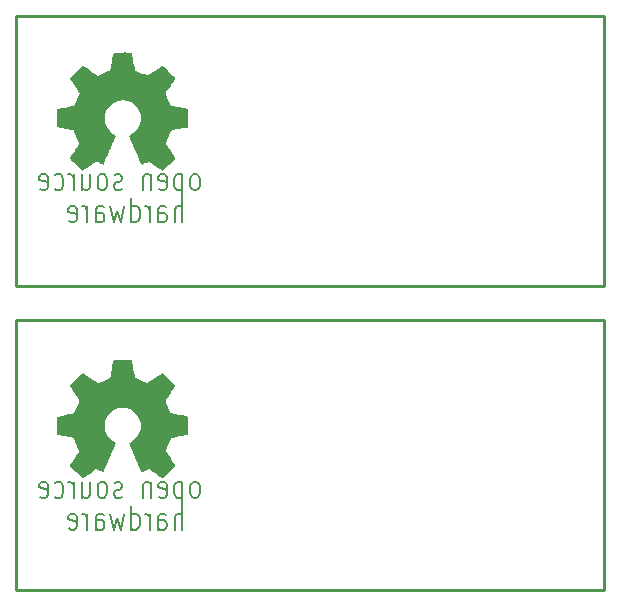
<source format=gbo>
G75*
G70*
%OFA0B0*%
%FSLAX25Y25*%
%IPPOS*%
%LPD*%
%AMOC8*
5,1,8,0,0,1.08239X$1,22.5*
%
%ADD13C,0.00600*%
%ADD28C,0.00010*%
%ADD34C,0.00800*%
%ADD41C,0.01000*%
X0010000Y0010000D02*
G01*
D13*
D34*
X0065880Y0030660D02*
X0065880Y0038660D01*
X0063310Y0030660D02*
X0063310Y0034850D01*
X0063600Y0035610D01*
X0064170Y0036000D01*
X0065020Y0036000D01*
X0065600Y0035610D01*
X0065880Y0035230D01*
X0057880Y0030660D02*
X0057880Y0034850D01*
X0058170Y0035610D01*
X0058740Y0036000D01*
X0059880Y0036000D01*
X0060450Y0035610D01*
X0057880Y0031040D02*
X0058450Y0030660D01*
X0059880Y0030660D01*
X0060450Y0031040D01*
X0060740Y0031800D01*
X0060740Y0032570D01*
X0060450Y0033330D01*
X0059880Y0033710D01*
X0058450Y0033710D01*
X0057880Y0034090D01*
X0055020Y0030660D02*
X0055020Y0036000D01*
X0055020Y0034470D02*
X0054740Y0035230D01*
X0054450Y0035610D01*
X0053880Y0036000D01*
X0053310Y0036000D01*
X0048740Y0030660D02*
X0048740Y0038660D01*
X0048740Y0031040D02*
X0049310Y0030660D01*
X0050450Y0030660D01*
X0051030Y0031040D01*
X0051310Y0031420D01*
X0051600Y0032190D01*
X0051600Y0034470D01*
X0051310Y0035230D01*
X0051030Y0035610D01*
X0050450Y0036000D01*
X0049310Y0036000D01*
X0048740Y0035610D01*
X0046450Y0036000D02*
X0045310Y0030660D01*
X0044170Y0034470D01*
X0043020Y0030660D01*
X0041880Y0036000D01*
X0037020Y0030660D02*
X0037020Y0034850D01*
X0037310Y0035610D01*
X0037880Y0036000D01*
X0039020Y0036000D01*
X0039590Y0035610D01*
X0037020Y0031040D02*
X0037590Y0030660D01*
X0039020Y0030660D01*
X0039590Y0031040D01*
X0039880Y0031800D01*
X0039880Y0032570D01*
X0039590Y0033330D01*
X0039020Y0033710D01*
X0037590Y0033710D01*
X0037020Y0034090D01*
X0034160Y0030660D02*
X0034160Y0036000D01*
X0034160Y0034470D02*
X0033880Y0035230D01*
X0033590Y0035610D01*
X0033020Y0036000D01*
X0032450Y0036000D01*
X0028170Y0031040D02*
X0028740Y0030660D01*
X0029880Y0030660D01*
X0030450Y0031040D01*
X0030740Y0031800D01*
X0030740Y0034850D01*
X0030450Y0035610D01*
X0029880Y0036000D01*
X0028740Y0036000D01*
X0028170Y0035610D01*
X0027880Y0034850D01*
X0027880Y0034090D01*
X0030740Y0033330D01*
X0070440Y0041260D02*
X0071020Y0041640D01*
X0071300Y0042020D01*
X0071590Y0042790D01*
X0071590Y0045070D01*
X0071300Y0045830D01*
X0071020Y0046210D01*
X0070440Y0046600D01*
X0069590Y0046600D01*
X0069020Y0046210D01*
X0068730Y0045830D01*
X0068440Y0045070D01*
X0068440Y0042790D01*
X0068730Y0042020D01*
X0069020Y0041640D01*
X0069590Y0041260D01*
X0070440Y0041260D01*
X0065870Y0046600D02*
X0065870Y0038600D01*
X0065870Y0046210D02*
X0065300Y0046600D01*
X0064160Y0046600D01*
X0063590Y0046210D01*
X0063300Y0045830D01*
X0063010Y0045070D01*
X0063010Y0042790D01*
X0063300Y0042020D01*
X0063590Y0041640D01*
X0064160Y0041260D01*
X0065300Y0041260D01*
X0065870Y0041640D01*
X0058160Y0041640D02*
X0058730Y0041260D01*
X0059870Y0041260D01*
X0060440Y0041640D01*
X0060730Y0042400D01*
X0060730Y0045450D01*
X0060440Y0046210D01*
X0059870Y0046600D01*
X0058730Y0046600D01*
X0058160Y0046210D01*
X0057870Y0045450D01*
X0057870Y0044690D01*
X0060730Y0043930D01*
X0055300Y0046600D02*
X0055300Y0041260D01*
X0055300Y0045830D02*
X0055020Y0046210D01*
X0054440Y0046600D01*
X0053590Y0046600D01*
X0053020Y0046210D01*
X0052730Y0045450D01*
X0052730Y0041260D01*
X0045590Y0041640D02*
X0045020Y0041260D01*
X0043870Y0041260D01*
X0043300Y0041640D01*
X0043020Y0042400D01*
X0043020Y0042790D01*
X0043300Y0043550D01*
X0043870Y0043930D01*
X0044730Y0043930D01*
X0045300Y0044310D01*
X0045590Y0045070D01*
X0045590Y0045450D01*
X0045300Y0046210D01*
X0044730Y0046600D01*
X0043870Y0046600D01*
X0043300Y0046210D01*
X0039580Y0041260D02*
X0040160Y0041640D01*
X0040440Y0042020D01*
X0040730Y0042790D01*
X0040730Y0045070D01*
X0040440Y0045830D01*
X0040160Y0046210D01*
X0039580Y0046600D01*
X0038730Y0046600D01*
X0038160Y0046210D01*
X0037870Y0045830D01*
X0037580Y0045070D01*
X0037580Y0042790D01*
X0037870Y0042020D01*
X0038160Y0041640D01*
X0038730Y0041260D01*
X0039580Y0041260D01*
X0032440Y0046600D02*
X0032440Y0041260D01*
X0035010Y0046600D02*
X0035010Y0042400D01*
X0034730Y0041640D01*
X0034150Y0041260D01*
X0033300Y0041260D01*
X0032730Y0041640D01*
X0032440Y0042020D01*
X0029580Y0041260D02*
X0029580Y0046600D01*
X0029580Y0045070D02*
X0029300Y0045830D01*
X0029010Y0046210D01*
X0028440Y0046600D01*
X0027870Y0046600D01*
X0023300Y0041640D02*
X0023870Y0041260D01*
X0025010Y0041260D01*
X0025590Y0041640D01*
X0025870Y0042020D01*
X0026160Y0042790D01*
X0026160Y0045070D01*
X0025870Y0045830D01*
X0025590Y0046210D01*
X0025010Y0046600D01*
X0023870Y0046600D01*
X0023300Y0046210D01*
X0018450Y0041640D02*
X0019020Y0041260D01*
X0020160Y0041260D01*
X0020730Y0041640D01*
X0021020Y0042400D01*
X0021020Y0045450D01*
X0020730Y0046210D01*
X0020160Y0046600D01*
X0019020Y0046600D01*
X0018450Y0046210D01*
X0018160Y0045450D01*
X0018160Y0044690D01*
X0021020Y0043930D01*
D28*
G36*
X0032650Y0047820D02*
X0032880Y0047940D01*
X0033390Y0048260D01*
X0034120Y0048740D01*
X0034990Y0049320D01*
X0035860Y0049910D01*
X0036570Y0050390D01*
X0037070Y0050710D01*
X0037280Y0050820D01*
X0037390Y0050780D01*
X0037800Y0050580D01*
X0038400Y0050270D01*
X0038750Y0050090D01*
X0039300Y0049860D01*
X0039570Y0049810D01*
X0039620Y0049880D01*
X0039820Y0050300D01*
X0040130Y0051020D01*
X0040550Y0051970D01*
X0041020Y0053080D01*
X0041530Y0054280D01*
X0042040Y0055500D01*
X0042520Y0056670D01*
X0042950Y0057720D01*
X0043290Y0058570D01*
X0043520Y0059160D01*
X0043600Y0059420D01*
X0043580Y0059470D01*
X0043300Y0059740D01*
X0042820Y0060100D01*
X0041790Y0060940D01*
X0040760Y0062220D01*
X0040140Y0063670D01*
X0039930Y0065280D01*
X0040110Y0066780D01*
X0040700Y0068220D01*
X0041700Y0069510D01*
X0042910Y0070470D01*
X0044330Y0071080D01*
X0045930Y0071270D01*
X0047460Y0071100D01*
X0048920Y0070520D01*
X0050220Y0069540D01*
X0050760Y0068910D01*
X0051510Y0067600D01*
X0051940Y0066200D01*
X0051990Y0065840D01*
X0051920Y0064300D01*
X0051470Y0062830D01*
X0050660Y0061510D01*
X0049530Y0060430D01*
X0049390Y0060320D01*
X0048860Y0059930D01*
X0048510Y0059660D01*
X0048240Y0059440D01*
X0050200Y0054720D01*
X0050510Y0053970D01*
X0051050Y0052680D01*
X0051520Y0051570D01*
X0051900Y0050690D01*
X0052160Y0050100D01*
X0052280Y0049860D01*
X0052290Y0049850D01*
X0052460Y0049820D01*
X0052820Y0049950D01*
X0053480Y0050270D01*
X0053920Y0050490D01*
X0054420Y0050730D01*
X0054640Y0050820D01*
X0054830Y0050720D01*
X0055310Y0050410D01*
X0056010Y0049940D01*
X0056860Y0049360D01*
X0057660Y0048820D01*
X0058400Y0048330D01*
X0058940Y0047990D01*
X0059200Y0047850D01*
X0059240Y0047850D01*
X0059470Y0047980D01*
X0059890Y0048330D01*
X0060540Y0048940D01*
X0061450Y0049840D01*
X0061590Y0049970D01*
X0062330Y0050730D01*
X0062940Y0051370D01*
X0063350Y0051820D01*
X0063490Y0052030D01*
X0063490Y0052030D01*
X0063360Y0052290D01*
X0063020Y0052820D01*
X0062530Y0053570D01*
X0061930Y0054450D01*
X0060370Y0056720D01*
X0061230Y0058860D01*
X0061490Y0059510D01*
X0061830Y0060310D01*
X0062080Y0060880D01*
X0062200Y0061130D01*
X0062440Y0061210D01*
X0063020Y0061350D01*
X0063870Y0061530D01*
X0064890Y0061720D01*
X0065850Y0061890D01*
X0066720Y0062060D01*
X0067360Y0062180D01*
X0067640Y0062240D01*
X0067710Y0062280D01*
X0067760Y0062410D01*
X0067800Y0062710D01*
X0067820Y0063240D01*
X0067830Y0064080D01*
X0067830Y0065280D01*
X0067830Y0065410D01*
X0067820Y0066570D01*
X0067800Y0067480D01*
X0067770Y0068090D01*
X0067730Y0068320D01*
X0067730Y0068330D01*
X0067460Y0068390D01*
X0066840Y0068520D01*
X0065970Y0068690D01*
X0064930Y0068890D01*
X0064860Y0068900D01*
X0063830Y0069100D01*
X0062960Y0069280D01*
X0062350Y0069420D01*
X0062090Y0069500D01*
X0062040Y0069580D01*
X0061830Y0069980D01*
X0061530Y0070620D01*
X0061190Y0071410D01*
X0060850Y0072220D01*
X0060560Y0072950D01*
X0060360Y0073500D01*
X0060300Y0073750D01*
X0060310Y0073750D01*
X0060460Y0074000D01*
X0060820Y0074540D01*
X0061320Y0075290D01*
X0061930Y0076170D01*
X0061970Y0076230D01*
X0062570Y0077110D01*
X0063050Y0077850D01*
X0063370Y0078380D01*
X0063490Y0078620D01*
X0063490Y0078630D01*
X0063290Y0078890D01*
X0062850Y0079390D01*
X0062210Y0080060D01*
X0061440Y0080830D01*
X0061200Y0081070D01*
X0060350Y0081900D01*
X0059750Y0082450D01*
X0059390Y0082740D01*
X0059210Y0082800D01*
X0059200Y0082800D01*
X0058940Y0082640D01*
X0058390Y0082280D01*
X0057640Y0081770D01*
X0056750Y0081160D01*
X0056690Y0081120D01*
X0055810Y0080530D01*
X0055080Y0080030D01*
X0054560Y0079690D01*
X0054340Y0079550D01*
X0054300Y0079550D01*
X0053940Y0079660D01*
X0053320Y0079880D01*
X0052550Y0080170D01*
X0051740Y0080500D01*
X0051010Y0080810D01*
X0050450Y0081060D01*
X0050190Y0081210D01*
X0050190Y0081220D01*
X0050090Y0081530D01*
X0049940Y0082190D01*
X0049760Y0083090D01*
X0049550Y0084160D01*
X0049520Y0084340D01*
X0049320Y0085380D01*
X0049150Y0086240D01*
X0049030Y0086840D01*
X0048970Y0087080D01*
X0048820Y0087120D01*
X0048310Y0087160D01*
X0047530Y0087180D01*
X0046590Y0087190D01*
X0045600Y0087180D01*
X0044630Y0087160D01*
X0043800Y0087130D01*
X0043210Y0087090D01*
X0042970Y0087040D01*
X0042960Y0087030D01*
X0042870Y0086700D01*
X0042720Y0086050D01*
X0042540Y0085140D01*
X0042330Y0084060D01*
X0042290Y0083870D01*
X0042100Y0082830D01*
X0041920Y0081980D01*
X0041800Y0081390D01*
X0041730Y0081160D01*
X0041640Y0081110D01*
X0041210Y0080920D01*
X0040510Y0080630D01*
X0039650Y0080280D01*
X0037640Y0079470D01*
X0035180Y0081160D01*
X0034950Y0081310D01*
X0034070Y0081910D01*
X0033340Y0082400D01*
X0032840Y0082720D01*
X0032630Y0082840D01*
X0032610Y0082830D01*
X0032370Y0082620D01*
X0031880Y0082160D01*
X0031210Y0081510D01*
X0030440Y0080740D01*
X0029870Y0080170D01*
X0029190Y0079480D01*
X0028760Y0079020D01*
X0028530Y0078720D01*
X0028440Y0078540D01*
X0028460Y0078420D01*
X0028620Y0078170D01*
X0028980Y0077630D01*
X0029490Y0076880D01*
X0030090Y0076010D01*
X0030580Y0075290D01*
X0031110Y0074460D01*
X0031460Y0073870D01*
X0031580Y0073580D01*
X0031550Y0073460D01*
X0031380Y0072980D01*
X0031090Y0072250D01*
X0030720Y0071390D01*
X0029860Y0069440D01*
X0028590Y0069190D01*
X0027810Y0069050D01*
X0026730Y0068840D01*
X0025700Y0068640D01*
X0024080Y0068330D01*
X0024020Y0062390D01*
X0024270Y0062280D01*
X0024510Y0062220D01*
X0025110Y0062080D01*
X0025970Y0061910D01*
X0026970Y0061720D01*
X0027830Y0061560D01*
X0028700Y0061400D01*
X0029320Y0061280D01*
X0029600Y0061220D01*
X0029670Y0061130D01*
X0029880Y0060710D01*
X0030190Y0060040D01*
X0030530Y0059240D01*
X0030880Y0058410D01*
X0031180Y0057640D01*
X0031400Y0057060D01*
X0031480Y0056750D01*
X0031360Y0056530D01*
X0031030Y0056020D01*
X0030550Y0055290D01*
X0029970Y0054430D01*
X0029380Y0053570D01*
X0028880Y0052840D01*
X0028540Y0052310D01*
X0028390Y0052070D01*
X0028460Y0051900D01*
X0028810Y0051490D01*
X0029460Y0050810D01*
X0030420Y0049860D01*
X0030580Y0049710D01*
X0031350Y0048970D01*
X0032000Y0048370D01*
X0032450Y0047970D01*
X0032650Y0047820D01*
X0032650Y0047820D01*
G37*
D41*
X0010500Y0010500D02*
X0010500Y0100500D01*
X0010500Y0100500D02*
X0206360Y0100500D01*
X0206360Y0010500D01*
X0206360Y0010500D02*
X0010500Y0010500D01*
X0010000Y0112500D02*
G01*
D13*
D34*
X0065880Y0133160D02*
X0065880Y0141160D01*
X0063310Y0133160D02*
X0063310Y0137350D01*
X0063600Y0138110D01*
X0064170Y0138500D01*
X0065020Y0138500D01*
X0065600Y0138110D01*
X0065880Y0137730D01*
X0057880Y0133160D02*
X0057880Y0137350D01*
X0058170Y0138110D01*
X0058740Y0138500D01*
X0059880Y0138500D01*
X0060450Y0138110D01*
X0057880Y0133540D02*
X0058450Y0133160D01*
X0059880Y0133160D01*
X0060450Y0133540D01*
X0060740Y0134300D01*
X0060740Y0135070D01*
X0060450Y0135830D01*
X0059880Y0136210D01*
X0058450Y0136210D01*
X0057880Y0136590D01*
X0055020Y0133160D02*
X0055020Y0138500D01*
X0055020Y0136970D02*
X0054740Y0137730D01*
X0054450Y0138110D01*
X0053880Y0138500D01*
X0053310Y0138500D01*
X0048740Y0133160D02*
X0048740Y0141160D01*
X0048740Y0133540D02*
X0049310Y0133160D01*
X0050450Y0133160D01*
X0051030Y0133540D01*
X0051310Y0133920D01*
X0051600Y0134690D01*
X0051600Y0136970D01*
X0051310Y0137730D01*
X0051030Y0138110D01*
X0050450Y0138500D01*
X0049310Y0138500D01*
X0048740Y0138110D01*
X0046450Y0138500D02*
X0045310Y0133160D01*
X0044170Y0136970D01*
X0043020Y0133160D01*
X0041880Y0138500D01*
X0037020Y0133160D02*
X0037020Y0137350D01*
X0037310Y0138110D01*
X0037880Y0138500D01*
X0039020Y0138500D01*
X0039590Y0138110D01*
X0037020Y0133540D02*
X0037590Y0133160D01*
X0039020Y0133160D01*
X0039590Y0133540D01*
X0039880Y0134300D01*
X0039880Y0135070D01*
X0039590Y0135830D01*
X0039020Y0136210D01*
X0037590Y0136210D01*
X0037020Y0136590D01*
X0034160Y0133160D02*
X0034160Y0138500D01*
X0034160Y0136970D02*
X0033880Y0137730D01*
X0033590Y0138110D01*
X0033020Y0138500D01*
X0032450Y0138500D01*
X0028170Y0133540D02*
X0028740Y0133160D01*
X0029880Y0133160D01*
X0030450Y0133540D01*
X0030740Y0134300D01*
X0030740Y0137350D01*
X0030450Y0138110D01*
X0029880Y0138500D01*
X0028740Y0138500D01*
X0028170Y0138110D01*
X0027880Y0137350D01*
X0027880Y0136590D01*
X0030740Y0135830D01*
X0070440Y0143760D02*
X0071020Y0144140D01*
X0071300Y0144520D01*
X0071590Y0145290D01*
X0071590Y0147570D01*
X0071300Y0148330D01*
X0071020Y0148710D01*
X0070440Y0149100D01*
X0069590Y0149100D01*
X0069020Y0148710D01*
X0068730Y0148330D01*
X0068440Y0147570D01*
X0068440Y0145290D01*
X0068730Y0144520D01*
X0069020Y0144140D01*
X0069590Y0143760D01*
X0070440Y0143760D01*
X0065870Y0149100D02*
X0065870Y0141100D01*
X0065870Y0148710D02*
X0065300Y0149100D01*
X0064160Y0149100D01*
X0063590Y0148710D01*
X0063300Y0148330D01*
X0063010Y0147570D01*
X0063010Y0145290D01*
X0063300Y0144520D01*
X0063590Y0144140D01*
X0064160Y0143760D01*
X0065300Y0143760D01*
X0065870Y0144140D01*
X0058160Y0144140D02*
X0058730Y0143760D01*
X0059870Y0143760D01*
X0060440Y0144140D01*
X0060730Y0144900D01*
X0060730Y0147950D01*
X0060440Y0148710D01*
X0059870Y0149100D01*
X0058730Y0149100D01*
X0058160Y0148710D01*
X0057870Y0147950D01*
X0057870Y0147190D01*
X0060730Y0146430D01*
X0055300Y0149100D02*
X0055300Y0143760D01*
X0055300Y0148330D02*
X0055020Y0148710D01*
X0054440Y0149100D01*
X0053590Y0149100D01*
X0053020Y0148710D01*
X0052730Y0147950D01*
X0052730Y0143760D01*
X0045590Y0144140D02*
X0045020Y0143760D01*
X0043870Y0143760D01*
X0043300Y0144140D01*
X0043020Y0144900D01*
X0043020Y0145290D01*
X0043300Y0146050D01*
X0043870Y0146430D01*
X0044730Y0146430D01*
X0045300Y0146810D01*
X0045590Y0147570D01*
X0045590Y0147950D01*
X0045300Y0148710D01*
X0044730Y0149100D01*
X0043870Y0149100D01*
X0043300Y0148710D01*
X0039580Y0143760D02*
X0040160Y0144140D01*
X0040440Y0144520D01*
X0040730Y0145290D01*
X0040730Y0147570D01*
X0040440Y0148330D01*
X0040160Y0148710D01*
X0039580Y0149100D01*
X0038730Y0149100D01*
X0038160Y0148710D01*
X0037870Y0148330D01*
X0037580Y0147570D01*
X0037580Y0145290D01*
X0037870Y0144520D01*
X0038160Y0144140D01*
X0038730Y0143760D01*
X0039580Y0143760D01*
X0032440Y0149100D02*
X0032440Y0143760D01*
X0035010Y0149100D02*
X0035010Y0144900D01*
X0034730Y0144140D01*
X0034150Y0143760D01*
X0033300Y0143760D01*
X0032730Y0144140D01*
X0032440Y0144520D01*
X0029580Y0143760D02*
X0029580Y0149100D01*
X0029580Y0147570D02*
X0029300Y0148330D01*
X0029010Y0148710D01*
X0028440Y0149100D01*
X0027870Y0149100D01*
X0023300Y0144140D02*
X0023870Y0143760D01*
X0025010Y0143760D01*
X0025590Y0144140D01*
X0025870Y0144520D01*
X0026160Y0145290D01*
X0026160Y0147570D01*
X0025870Y0148330D01*
X0025590Y0148710D01*
X0025010Y0149100D01*
X0023870Y0149100D01*
X0023300Y0148710D01*
X0018450Y0144140D02*
X0019020Y0143760D01*
X0020160Y0143760D01*
X0020730Y0144140D01*
X0021020Y0144900D01*
X0021020Y0147950D01*
X0020730Y0148710D01*
X0020160Y0149100D01*
X0019020Y0149100D01*
X0018450Y0148710D01*
X0018160Y0147950D01*
X0018160Y0147190D01*
X0021020Y0146430D01*
D28*
G36*
X0032650Y0150320D02*
X0032880Y0150440D01*
X0033390Y0150760D01*
X0034120Y0151240D01*
X0034990Y0151820D01*
X0035860Y0152410D01*
X0036570Y0152890D01*
X0037070Y0153210D01*
X0037280Y0153320D01*
X0037390Y0153280D01*
X0037800Y0153080D01*
X0038400Y0152770D01*
X0038750Y0152590D01*
X0039300Y0152360D01*
X0039570Y0152310D01*
X0039620Y0152380D01*
X0039820Y0152800D01*
X0040130Y0153520D01*
X0040550Y0154470D01*
X0041020Y0155580D01*
X0041530Y0156780D01*
X0042040Y0158000D01*
X0042520Y0159170D01*
X0042950Y0160220D01*
X0043290Y0161070D01*
X0043520Y0161660D01*
X0043600Y0161920D01*
X0043580Y0161970D01*
X0043300Y0162240D01*
X0042820Y0162600D01*
X0041790Y0163440D01*
X0040760Y0164720D01*
X0040140Y0166170D01*
X0039930Y0167780D01*
X0040110Y0169280D01*
X0040700Y0170720D01*
X0041700Y0172010D01*
X0042910Y0172970D01*
X0044330Y0173580D01*
X0045930Y0173770D01*
X0047460Y0173600D01*
X0048920Y0173020D01*
X0050220Y0172040D01*
X0050760Y0171410D01*
X0051510Y0170100D01*
X0051940Y0168700D01*
X0051990Y0168340D01*
X0051920Y0166800D01*
X0051470Y0165330D01*
X0050660Y0164010D01*
X0049530Y0162930D01*
X0049390Y0162820D01*
X0048860Y0162430D01*
X0048510Y0162160D01*
X0048240Y0161940D01*
X0050200Y0157220D01*
X0050510Y0156470D01*
X0051050Y0155180D01*
X0051520Y0154070D01*
X0051900Y0153190D01*
X0052160Y0152600D01*
X0052280Y0152360D01*
X0052290Y0152350D01*
X0052460Y0152320D01*
X0052820Y0152450D01*
X0053480Y0152770D01*
X0053920Y0152990D01*
X0054420Y0153230D01*
X0054640Y0153320D01*
X0054830Y0153220D01*
X0055310Y0152910D01*
X0056010Y0152440D01*
X0056860Y0151860D01*
X0057660Y0151320D01*
X0058400Y0150830D01*
X0058940Y0150490D01*
X0059200Y0150350D01*
X0059240Y0150350D01*
X0059470Y0150480D01*
X0059890Y0150830D01*
X0060540Y0151440D01*
X0061450Y0152340D01*
X0061590Y0152470D01*
X0062330Y0153230D01*
X0062940Y0153870D01*
X0063350Y0154320D01*
X0063490Y0154530D01*
X0063490Y0154530D01*
X0063360Y0154790D01*
X0063020Y0155320D01*
X0062530Y0156070D01*
X0061930Y0156950D01*
X0060370Y0159220D01*
X0061230Y0161360D01*
X0061490Y0162010D01*
X0061830Y0162810D01*
X0062080Y0163380D01*
X0062200Y0163630D01*
X0062440Y0163710D01*
X0063020Y0163850D01*
X0063870Y0164030D01*
X0064890Y0164220D01*
X0065850Y0164390D01*
X0066720Y0164560D01*
X0067360Y0164680D01*
X0067640Y0164740D01*
X0067710Y0164780D01*
X0067760Y0164910D01*
X0067800Y0165210D01*
X0067820Y0165740D01*
X0067830Y0166580D01*
X0067830Y0167780D01*
X0067830Y0167910D01*
X0067820Y0169070D01*
X0067800Y0169980D01*
X0067770Y0170590D01*
X0067730Y0170820D01*
X0067730Y0170830D01*
X0067460Y0170890D01*
X0066840Y0171020D01*
X0065970Y0171190D01*
X0064930Y0171390D01*
X0064860Y0171400D01*
X0063830Y0171600D01*
X0062960Y0171780D01*
X0062350Y0171920D01*
X0062090Y0172000D01*
X0062040Y0172080D01*
X0061830Y0172480D01*
X0061530Y0173120D01*
X0061190Y0173910D01*
X0060850Y0174720D01*
X0060560Y0175450D01*
X0060360Y0176000D01*
X0060300Y0176250D01*
X0060310Y0176250D01*
X0060460Y0176500D01*
X0060820Y0177040D01*
X0061320Y0177790D01*
X0061930Y0178670D01*
X0061970Y0178730D01*
X0062570Y0179610D01*
X0063050Y0180350D01*
X0063370Y0180880D01*
X0063490Y0181120D01*
X0063490Y0181130D01*
X0063290Y0181390D01*
X0062850Y0181890D01*
X0062210Y0182560D01*
X0061440Y0183330D01*
X0061200Y0183570D01*
X0060350Y0184400D01*
X0059750Y0184950D01*
X0059390Y0185240D01*
X0059210Y0185300D01*
X0059200Y0185300D01*
X0058940Y0185140D01*
X0058390Y0184780D01*
X0057640Y0184270D01*
X0056750Y0183660D01*
X0056690Y0183620D01*
X0055810Y0183030D01*
X0055080Y0182530D01*
X0054560Y0182190D01*
X0054340Y0182050D01*
X0054300Y0182050D01*
X0053940Y0182160D01*
X0053320Y0182380D01*
X0052550Y0182670D01*
X0051740Y0183000D01*
X0051010Y0183310D01*
X0050450Y0183560D01*
X0050190Y0183710D01*
X0050190Y0183720D01*
X0050090Y0184030D01*
X0049940Y0184690D01*
X0049760Y0185590D01*
X0049550Y0186660D01*
X0049520Y0186840D01*
X0049320Y0187880D01*
X0049150Y0188740D01*
X0049030Y0189340D01*
X0048970Y0189580D01*
X0048820Y0189620D01*
X0048310Y0189660D01*
X0047530Y0189680D01*
X0046590Y0189690D01*
X0045600Y0189680D01*
X0044630Y0189660D01*
X0043800Y0189630D01*
X0043210Y0189590D01*
X0042970Y0189540D01*
X0042960Y0189530D01*
X0042870Y0189200D01*
X0042720Y0188550D01*
X0042540Y0187640D01*
X0042330Y0186560D01*
X0042290Y0186370D01*
X0042100Y0185330D01*
X0041920Y0184480D01*
X0041800Y0183890D01*
X0041730Y0183660D01*
X0041640Y0183610D01*
X0041210Y0183420D01*
X0040510Y0183130D01*
X0039650Y0182780D01*
X0037640Y0181970D01*
X0035180Y0183660D01*
X0034950Y0183810D01*
X0034070Y0184410D01*
X0033340Y0184900D01*
X0032840Y0185220D01*
X0032630Y0185340D01*
X0032610Y0185330D01*
X0032370Y0185120D01*
X0031880Y0184660D01*
X0031210Y0184010D01*
X0030440Y0183240D01*
X0029870Y0182670D01*
X0029190Y0181980D01*
X0028760Y0181520D01*
X0028530Y0181220D01*
X0028440Y0181040D01*
X0028460Y0180920D01*
X0028620Y0180670D01*
X0028980Y0180130D01*
X0029490Y0179380D01*
X0030090Y0178510D01*
X0030580Y0177790D01*
X0031110Y0176960D01*
X0031460Y0176370D01*
X0031580Y0176080D01*
X0031550Y0175960D01*
X0031380Y0175480D01*
X0031090Y0174750D01*
X0030720Y0173890D01*
X0029860Y0171940D01*
X0028590Y0171690D01*
X0027810Y0171550D01*
X0026730Y0171340D01*
X0025700Y0171140D01*
X0024080Y0170830D01*
X0024020Y0164890D01*
X0024270Y0164780D01*
X0024510Y0164720D01*
X0025110Y0164580D01*
X0025970Y0164410D01*
X0026970Y0164220D01*
X0027830Y0164060D01*
X0028700Y0163900D01*
X0029320Y0163780D01*
X0029600Y0163720D01*
X0029670Y0163630D01*
X0029880Y0163210D01*
X0030190Y0162540D01*
X0030530Y0161740D01*
X0030880Y0160910D01*
X0031180Y0160140D01*
X0031400Y0159560D01*
X0031480Y0159250D01*
X0031360Y0159030D01*
X0031030Y0158520D01*
X0030550Y0157790D01*
X0029970Y0156930D01*
X0029380Y0156070D01*
X0028880Y0155340D01*
X0028540Y0154810D01*
X0028390Y0154570D01*
X0028460Y0154400D01*
X0028810Y0153990D01*
X0029460Y0153310D01*
X0030420Y0152360D01*
X0030580Y0152210D01*
X0031350Y0151470D01*
X0032000Y0150870D01*
X0032450Y0150470D01*
X0032650Y0150320D01*
X0032650Y0150320D01*
G37*
D41*
X0010500Y0112000D02*
X0010500Y0202000D01*
X0010500Y0202000D02*
X0206360Y0202000D01*
X0206360Y0202000D02*
X0206360Y0112000D01*
X0206360Y0112000D02*
X0010500Y0112000D01*
D41*
X0023000Y0010500D02*
X0010500Y0010500D01*
X0010500Y0023000D01*
X0206360Y0023000D02*
X0206360Y0010500D01*
X0193860Y0010500D01*
X0193860Y0202000D02*
X0206360Y0202000D01*
X0206360Y0189500D01*
X0010500Y0189500D02*
X0010500Y0202000D01*
X0023000Y0202000D01*
M02*

</source>
